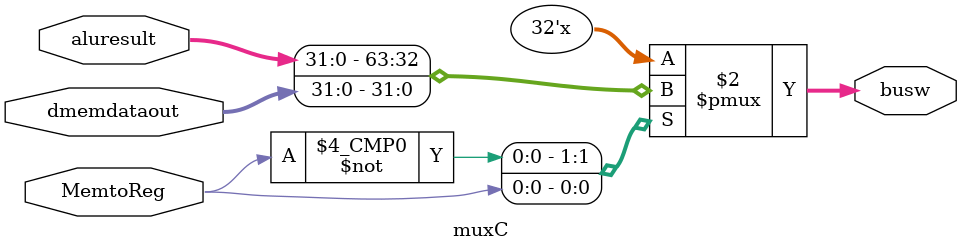
<source format=v>
module rv32is(
	input 	clock,
	input 	reset,
	output [31:0] imemaddr,
	input  [31:0] imemdataout,
	output 	imemclk,
	output [31:0] dmemaddr,
	input  [31:0] dmemdataout,
	output [31:0] dmemdatain,
	output 	dmemrdclk,
	output	dmemwrclk,
	output [2:0] dmemop,
	output	dmemwe,
	output   awe,
	output   keyread,
	output [31:0] dbgdata);
//add your code here
 // ALU
  wire [31:0] dataa;
  wire [31:0] datab;
  wire [31:0] aluresult;
  wire less;
  wire zero;

  //Reg
  wire [31:0] busW;
  wire [31:0] busA;
  wire [31:0] busB;
  
  //Conctr
  wire [2:0] ExtOP;
  wire RegWr;
  wire [2:0] Branch;
  wire MemtoReg;
  wire ALUAsrc;
  wire [1:0] ALUBsrc;
  wire [3:0] ALUctr;
  wire dwe;
  
  //ImmGen
  wire [31:0] imm;
  
  //BranchCond
  wire PCAsrc;
  wire PCBsrc;
  
  //PC
  reg [31:0] pc;
  wire [31:0] nextpc;
  
  assign imemaddr = (reset)? 0: nextpc;
  assign imemclk = ~clock;
  assign dmemaddr = aluresult;
  assign dmemdatain = busB;
  assign dmemrdclk = clock;
  assign dmemwrclk = ~clock;
  assign dmemwe = (dmemaddr[31:20] == 12'h001)? dwe : 1'b0;
  assign awe = (dmemaddr[31:20] == 12'h002)? 1: 1'b0;
  assign keyread=((dmemaddr[31:20] == 12'h003)? 1: 1'b0);
  assign dbgdata = pc;
  
  always@(negedge clock)
  begin
	  if(reset)
	     pc<= 0;
	   else
		 pc<=nextpc;
  end
  
  ALU myALU(dataa, datab, ALUctr, less, zero, aluresult);
  regfile myregfile(~clock, RegWr, busW, imemdataout[19:15], imemdataout[24:20],
  imemdataout[11:7], busA, busB);
  ContrGen myContrGen(imemdataout[6:0], imemdataout[14:12], imemdataout[31:25],
  ExtOP, RegWr, ALUAsrc, ALUBsrc, ALUctr, Branch, MemtoReg, dwe, dmemop);
  ImmGen myImmGen(imemdataout, ExtOP, imm);
  BranchCond myBranchCond(Branch, less, zero, PCAsrc, PCBsrc);
  PC myPC(pc, PCAsrc, PCBsrc, imm, busA, nextpc);
  muxA mymuxA(pc, busA, ALUAsrc, dataa);
  muxB mymuxB(imm, busB, ALUBsrc, datab);
  muxC mymuxC(aluresult, dmemdataout, MemtoReg, busW);

endmodule

module ALU (
  input [31:0] dataa,
  input [31:0] datab,
  input [3:0]  ALUctr,
  output reg less,
  output reg zero,
  output reg [31:0] aluresult
);
  reg t_add_cin;
  reg [31:0] rs;
  reg of;
  reg lr;
  reg al;
  wire [31:0] sr;

  barrel a(dataa, datab[4:0], lr, al, sr);

  always @(*) 
    casez (ALUctr)
      4'b0000:
	   begin
	     aluresult = dataa + datab;
	     zero = ~(| aluresult);
	   end
      4'b1000:
	   begin
	     aluresult = dataa - datab;
	     zero = ~(| aluresult);
	   end
      4'bz001:
      begin
	     lr = 1;
	     aluresult = sr;
	     zero = ~(| aluresult);
	   end
      4'b0010:
	   begin
	     t_add_cin = ~datab[31];
	     rs = dataa - datab;
	     of = (dataa[31] == t_add_cin) && (rs[31] != dataa[31]);
	     less = of ? ~rs[31] : rs[31];
	     aluresult = less;
	     zero = (| rs) ? 0 : 1;//~less;
	   end
      4'b1010:
      begin
	     rs = dataa - datab;
	     //less = (dataa[31] ^ rs[31]) ? rs[31] : 0;
		  less = dataa < datab ? 1 : 0; 
	     aluresult = less;
	     zero = (| rs) ? 0 : 1;
	   end
      4'bz011: 
	   begin
	     aluresult = datab;
	     zero = ~(| aluresult);
	   end
      4'bz100: 
	   begin
	     aluresult = dataa ^ datab;
	     zero = ~(| aluresult);
	   end
      4'b0101: 
	   begin
	     lr = 0;
	     al = 0;
	     aluresult = sr;
	     zero = ~(| aluresult);
	   end
      4'b1101:
	   begin
	     lr = 0;
	     al = 1;
	     aluresult = sr;
	     zero = ~(| aluresult);
	   end
      4'bz110: 
	   begin
	     aluresult = dataa | datab;
	     zero = ~(| aluresult);
	   end
      4'bz111:
      begin
	     aluresult = dataa & datab;
	     zero = ~(| aluresult);
      end
    endcase

endmodule

module barrel (
  input [31:0] indata,
  input [4:0] shamt,
  input lr,
  input al,
  output [31:0] outdata
);

  wire [31:0] out1;
  wire [31:0] out2;
  wire [31:0] out3;
  wire [31:0] out4;
  mux #(1) a(indata,lr,al,shamt[0],out1);
  mux #(2) b(out1,lr,al,shamt[1],out2);
  mux #(4) c(out2,lr,al,shamt[2],out3);
  mux #(8) d(out3,lr,al,shamt[3],out4);
  mux #(16) e(out4,lr,al,shamt[4],outdata);
endmodule

module mux# ( parameter unit = 1) (
  input [31:0] indata,
  input lr,//s1
  input al,
  input oz,//s0
  output reg [31:0] dout
);
  always@(*)
	 case({lr,oz})
	   2'b00: dout = indata;
	   2'b01: dout = al ? {{unit{indata[31]}},indata[31:unit]} : {{unit{1'b0}},indata[31:unit]};
	   2'b10: dout = indata;
	   2'b11: dout = {indata[31-unit:0],{unit{1'b0}}};
	 endcase
endmodule

module regfile (
  input wrclk,
  input RegWr,
  input [31:0] busW,
  input [4:0] Ra,
  input [4:0] Rb,
  input [4:0] Rw,
  output [31:0] busA,
  output [31:0] busB
);

  reg [31:0] regs [31:0];

  initial
  begin
    regs[0] = 0;
  end
  
  always@(posedge wrclk)
	 if (Rw != 0)
	   if (RegWr)
	     regs[Rw] <= busW;

  assign busA = regs[Ra];
  assign busB = regs[Rb];

endmodule

module ContrGen (
  input [6:0] op,
  input [2:0] func3,
  input [6:0] func7,
  output reg [2:0] ExtOP,
  output reg RegWr,
  output reg ALUAsrc,
  output reg [1:0] ALUBsrc,
  output reg [3:0] ALUctr,
  output reg [2:0] Branch,
  output reg MemtoReg,
  output reg MemWr,
  output reg [2:0] MemOP
);
  always@(*)
    casez({op[6:2],func3,func7[5]})
      9'b01101zzzz: //LUI 
      begin
        ExtOP = 3'b001;   // get imm
	     RegWr = 1'b1;     // write to rd
	     Branch = 3'b000;  // no jump
	     MemtoReg = 1'b0;  // select alu as output
	     MemWr = 1'b0;     // no data write
	    //MemOP = x;
	    //ALUAsrc = x;
	    ALUBsrc = 2'b01;  // input imm
	    ALUctr = 4'b0011; // get aluresult
      end
      9'b00101zzzz: //AUIPC 
      begin
        ExtOP = 3'b001;
	     RegWr = 1'b1;
	     Branch = 3'b000;
	     MemtoReg = 1'b0;
	     MemWr = 1'b0;
	     //MemOP = x;
	     ALUAsrc = 1'b1;
	     ALUBsrc = 2'b01;
	     ALUctr = 4'b0000;
      end
      9'b00100000z: //ADDI 
      begin
        ExtOP = 3'b000;
	     RegWr = 1'b1;
	     Branch = 3'b000;
	     MemtoReg = 1'b0;
	     MemWr = 1'b0;
	     //MemOP = x;
	     ALUAsrc = 1'b0;
	     ALUBsrc = 2'b01;
	     ALUctr = 4'b0000;
      end
      9'b00100010z: //SLTI 
      begin
        ExtOP = 3'b000;
	     RegWr = 1'b1;
	     Branch = 3'b000;
	     MemtoReg = 1'b0;
	     MemWr = 1'b0;
	     //MemOP = x;
	     ALUAsrc = 1'b0;
	     ALUBsrc = 2'b01;
	     ALUctr = 4'b0010;
      end
      9'b00100011z: //SLTIU
      begin
        ExtOP = 3'b000;
	     RegWr = 1'b1;
	     Branch = 3'b000;
	     MemtoReg = 1'b0;
	     MemWr = 1'b0;
	     //MemOP = x;
	     ALUAsrc = 1'b0;
	     ALUBsrc = 2'b01;
	     ALUctr = 4'b1010;
      end
      9'b00100100z: //XORI 
      begin
        ExtOP = 3'b000;
	     RegWr = 1'b1;
	     Branch = 3'b000;
	     MemtoReg = 1'b0;
	     MemWr = 1'b0;
	     //MemOP = x;
	     ALUAsrc = 1'b0;
	     ALUBsrc = 2'b01;
	     ALUctr = 4'b0100;
      end
      9'b00100110z: //ORI 
      begin
        ExtOP = 3'b000;
	     RegWr = 1'b1;
	     Branch = 3'b000;
	     MemtoReg = 1'b0;
	     MemWr = 1'b0;
	     //MemOP = x;
	     ALUAsrc = 1'b0;
	     ALUBsrc = 2'b01;
	     ALUctr = 4'b0110;
      end
      9'b00100111z: //ANDI 
      begin
        ExtOP = 3'b000;
	     RegWr = 1'b1;
	     Branch = 3'b000;
	     MemtoReg = 1'b0;
	     MemWr = 1'b0;
	     //MemOP = x;
	     ALUAsrc = 1'b0;
	     ALUBsrc = 2'b01;
	     ALUctr = 4'b0111;
      end
      9'b001000010: //SLLI 
      begin
        ExtOP = 3'b000;
	     RegWr = 1'b1;
	     Branch = 3'b000;
	     MemtoReg = 1'b0;
	     MemWr = 1'b0;
	     //MemOP = x;
	     ALUAsrc = 1'b0;
	     ALUBsrc = 2'b01;
	     ALUctr = 4'b0001;
      end
      9'b001001010: //SRLI 
      begin
        ExtOP = 3'b000;
	     RegWr = 1'b1;
	     Branch = 3'b000;
	     MemtoReg = 1'b0;
	     MemWr = 1'b0;
	     //MemOP = x;
	     ALUAsrc = 1'b0;
	     ALUBsrc = 2'b01;
	     ALUctr = 4'b0101;
      end
      9'b001001011: //SRAI 
      begin
        ExtOP = 3'b000;
	     RegWr = 1'b1;
	     Branch = 3'b000;
	     MemtoReg = 1'b0;
	     MemWr = 1'b0;
	     //MemOP = x;
	     ALUAsrc = 1'b0;
	     ALUBsrc = 2'b01;
	     ALUctr = 4'b1101;
      end
      9'b011000000: //ADD 
      begin
        //ExtOP = x;
	     RegWr = 1'b1;
	     Branch = 3'b000;
	     MemtoReg = 1'b0;
	     MemWr = 1'b0;
	     //MemOP = x;
	     ALUAsrc = 1'b0;
	     ALUBsrc = 2'b00;
	     ALUctr = 4'b0000;
      end
      9'b011000001: //SUB
      begin
        //ExtOP = x;
	     RegWr = 1'b1;
	     Branch = 3'b000;
	     MemtoReg = 1'b0;
	     MemWr = 1'b0;
	     //MemOP = x;
	     ALUAsrc = 1'b0;
	     ALUBsrc = 2'b00;
	     ALUctr = 4'b1000;
      end
      9'b011000010: //SLL 
      begin
        //ExtOP = x;
	     RegWr = 1'b1;
	     Branch = 3'b000;
	     MemtoReg = 1'b0;
	     MemWr = 1'b0;
	     //MemOP = x;
	     ALUAsrc = 1'b0;
	     ALUBsrc = 2'b00;
	     ALUctr = 4'b0001;
      end
      9'b011000100: //SLT 
      begin
        //ExtOP = x;
	     RegWr = 1'b1;
	     Branch = 3'b000;
	     MemtoReg = 1'b0;
	     MemWr = 1'b0;
	     //MemOP = x;
	     ALUAsrc = 1'b0;
	     ALUBsrc = 2'b00;
	     ALUctr = 4'b0010;
      end
      9'b011000110: //SLTU
      begin
        //ExtOP = x;
	     RegWr = 1'b1;
	     Branch = 3'b000;
	     MemtoReg = 1'b0;
	     MemWr = 1'b0;
	     //MemOP = x;
	     ALUAsrc = 1'b0;
	     ALUBsrc = 2'b00;
	     ALUctr = 4'b1010;
      end
      9'b011001000: //XOR
      begin
        //ExtOP = x;
	     RegWr = 1'b1;
	     Branch = 3'b000;
	     MemtoReg = 1'b0;
	     MemWr = 1'b0;
	     //MemOP = x;
	     ALUAsrc = 1'b0;
	     ALUBsrc = 2'b00;
	     ALUctr = 4'b0100;
      end
      9'b011001010: //SRL
      begin
        //ExtOP = x;
	     RegWr = 1'b1;
	     Branch = 3'b000;
	     MemtoReg = 1'b0;
	     MemWr = 1'b0;
	     //MemOP = x;
	     ALUAsrc = 1'b0;
	     ALUBsrc = 2'b00;
	     ALUctr = 4'b0101;
      end
      9'b011001011: //SRA 
      begin
        //ExtOP = x;
	     RegWr = 1'b1;
	     Branch = 3'b000;
	     MemtoReg = 1'b0;
	     MemWr = 1'b0;
	     //MemOP = x;
	     ALUAsrc = 1'b0;
	     ALUBsrc = 2'b00;
	     ALUctr = 4'b1101;
      end
      9'b011001100: //OR
      begin
        //ExtOP = x;
	     RegWr = 1'b1;
	     Branch = 3'b000;
	     MemtoReg = 1'b0;
	     MemWr = 1'b0;
	     //MemOP = x;
	     ALUAsrc = 1'b0;
	     ALUBsrc = 2'b00;
	     ALUctr = 4'b0110;
      end
      9'b011001110: //AND
      begin
        //ExtOP = x;
	     RegWr = 1'b1;
	     Branch = 3'b000;
	     MemtoReg = 1'b0;
	     MemWr = 1'b0;
	     //MemOP = x;
	     ALUAsrc = 1'b0;
	     ALUBsrc = 2'b00;
	     ALUctr = 4'b0111;
      end
      9'b11011zzzz: //JAL
      begin
        ExtOP = 3'b100;
	     RegWr = 1'b1;
	     Branch = 3'b001;
	     MemtoReg = 1'b0;
	     MemWr = 1'b0;
	     //MemOP = x;
	     ALUAsrc = 1'b1;
	     ALUBsrc = 2'b10;
	     ALUctr = 4'b0000;
      end
      9'b11001000z: //JALR
      begin
        ExtOP = 3'b000;
	     RegWr = 1'b1;
	     Branch = 3'b010;
	     MemtoReg = 1'b0;
	     MemWr = 1'b0;
	     //MemOP = x;
	     ALUAsrc = 1'b1;
	     ALUBsrc = 2'b10;
	     ALUctr = 4'b0000;
      end
      9'b11000000z: //BEQ
      begin
        ExtOP = 3'b011;
	     RegWr = 1'b0;
	     Branch = 3'b100;
	     //MemtoReg = x;
	     MemWr = 1'b0;
	     //MemOP = x;
	     ALUAsrc = 1'b0;
	     ALUBsrc = 2'b00;
	     ALUctr = 4'b0010;
      end
      9'b11000001z: //BNE
      begin
        ExtOP = 3'b011;
	     RegWr = 1'b0;
	     Branch = 3'b101;
	     //MemtoReg = x;
	     MemWr = 1'b0;
	     //MemOP = x;
	     ALUAsrc = 1'b0;
	     ALUBsrc = 2'b00;
	     ALUctr = 4'b0010;
      end
      9'b11000100z: //BLT
      begin
        ExtOP = 3'b011;
	     RegWr = 1'b0;
	     Branch = 3'b110;
	     //MemtoReg = x;
	     MemWr = 1'b0;
	     //MemOP = x;
	     ALUAsrc = 1'b0;
	     ALUBsrc = 2'b00;
	     ALUctr = 4'b0010;
      end
      9'b11000101z: //BGE
      begin
        ExtOP = 3'b011;
	     RegWr = 1'b0;
	     Branch = 3'b111;
	     //MemtoReg = x;
	     MemWr = 1'b0;
	     //MemOP = x;
	     ALUAsrc = 1'b0;
	     ALUBsrc = 2'b00;
	     ALUctr = 4'b0010;
      end
      9'b11000110z: //BLTU
      begin
        ExtOP = 3'b011;
	     RegWr = 1'b0;
	     Branch = 3'b110;
	     //MemtoReg = x;
	     MemWr = 1'b0;
	     //MemOP = x;
	     ALUAsrc = 1'b0;
	     ALUBsrc = 2'b00;
	     ALUctr = 4'b1010;
      end
      9'b11000111z: //BGEU
      begin
        ExtOP = 3'b011;
	     RegWr = 1'b0;
	     Branch = 3'b111;
	     //MemtoReg = x;
	     MemWr = 1'b0;
	     //MemOP = x;
	     ALUAsrc = 1'b0;
	     ALUBsrc = 2'b00;
	     ALUctr = 4'b1010;
      end
      9'b00000000z: //LB
      begin
        ExtOP = 3'b000;
	     RegWr = 1'b1;
	     Branch = 3'b000;
	     MemtoReg = 1'b1;
	     MemWr = 1'b0;
	     MemOP = 3'b000;
	     ALUAsrc = 1'b0;
	     ALUBsrc = 2'b01;
	     ALUctr = 4'b0000;
      end
      9'b00000001z: //LH
      begin
        ExtOP = 3'b000;
	     RegWr = 1'b1;
	     Branch = 3'b000;
	     MemtoReg = 1'b1;
	     MemWr = 1'b0;
	     MemOP = 3'b001;
	     ALUAsrc = 1'b0;
	     ALUBsrc = 2'b01;
	     ALUctr = 4'b0000;
      end
      9'b00000010z: //LW
      begin
        ExtOP = 3'b000;
	     RegWr = 1'b1;
	     Branch = 3'b000;
        MemtoReg = 1'b1;
	     MemWr = 1'b0;
	     MemOP = 3'b010;
	     ALUAsrc = 1'b0;
	     ALUBsrc = 2'b01;
	     ALUctr = 4'b0000;
      end
      9'b00000100z: //LBU
      begin
        ExtOP = 3'b000;
	     RegWr = 1'b1;
	     Branch = 3'b000;
	     MemtoReg = 1'b1;
	     MemWr = 1'b0;
	     MemOP = 3'b100;
	     ALUAsrc = 1'b0;
	     ALUBsrc = 2'b01;
	     ALUctr = 4'b0000;
      end
      9'b00000101z: //LHU
      begin
        ExtOP = 3'b000;
	     RegWr = 1'b1;
	     Branch = 3'b000;
	     MemtoReg = 1'b1;
	     MemWr = 1'b0;
	     MemOP = 3'b101;
	     ALUAsrc = 1'b0;
	     ALUBsrc = 2'b01;
	     ALUctr = 4'b0000;
      end
      9'b01000000z: //SB
      begin
       ExtOP = 3'b010;
	    RegWr = 1'b0;
	    Branch = 3'b000;
	    //MemtoReg = x;
	    MemWr = 1'b1;
	    MemOP = 3'b000;
	    ALUAsrc = 1'b0;
	    ALUBsrc = 2'b01;
	    ALUctr = 4'b0000;
     end
     9'b01000001z: //SH
     begin
       ExtOP = 3'b010;
	    RegWr = 1'b0;
	    Branch = 3'b000;
	    //MemtoReg = x;
	    MemWr = 1'b1;
	    MemOP = 3'b001;
	    ALUAsrc = 1'b0;
	    ALUBsrc = 2'b01;
	    ALUctr = 4'b0000;
     end
     9'b01000010z: //SW
     begin
       ExtOP = 3'b010;
	    RegWr = 1'b0;
	    Branch = 3'b000;
	    //MemtoReg = x;
	    MemWr = 1'b1;
	    MemOP = 3'b010;
	    ALUAsrc = 1'b0;
	    ALUBsrc = 2'b01;
	    ALUctr = 4'b0000;
     end
   endcase

endmodule

module ImmGen (
  input [31:0] instr,
  input [2:0] ExtOP,
  output reg [31:0] imm
);

  always@(*)
    case(ExtOP)
      3'b000: imm = {{20{instr[31]}}, instr[31:20]};
      3'b001: imm = {instr[31:12], 12'b0};
      3'b010: imm = {{20{instr[31]}}, instr[31:25], instr[11:7]};
      3'b011: imm = {{20{instr[31]}}, instr[7], instr[30:25], instr[11:8], 1'b0};
      3'b100: imm = {{12{instr[31]}}, instr[19:12], instr[20], instr[30:21], 1'b0};
    endcase
endmodule

module BranchCond (
  input [2:0] Branch,
  input less,
  input zero,
  output reg PCAsrc,
  output reg PCBsrc
);

  always@(*)
    casez({Branch,zero,less})
	   5'b000zz: 
		begin
		  PCAsrc = 0;
		  PCBsrc = 0;
		end
		5'b001zz:
		begin
		  PCAsrc = 1;
		  PCBsrc = 0;
		end
		5'b010zz:
		begin
		  PCAsrc = 1;
		  PCBsrc = 1;
		end
      5'b1000z:
		begin
		  PCAsrc = 0;
		  PCBsrc = 0;
		end
		5'b1001z:
		begin
		  PCAsrc = 1;
		  PCBsrc = 0;
		end
		5'b1010z:
		begin
		  PCAsrc = 1;
		  PCBsrc = 0;
		end
		5'b1011z:
		begin
		  PCAsrc = 0;
		  PCBsrc = 0;
		end
		5'b110z0:
		begin
		  PCAsrc = 0;
		  PCBsrc = 0;
		end
		5'b110z1:
		begin
		  PCAsrc = 1;
		  PCBsrc = 0;
		end
		5'b111z0:
		begin
		  PCAsrc = 1;
		  PCBsrc = 0;
		end
		5'b111z1:
		begin
		  PCAsrc = 0;
		  PCBsrc = 0;
		end
	 endcase
endmodule

module PC (
  input [31:0] pc,
  input PCAsrc,
  input PCBsrc,
  input [31:0] imm,
  input [31:0] rs1,
  output reg [31:0] nextpc
);
initial nextpc = 0;

  always@(*)
    case({PCAsrc,PCBsrc})
	   2'b00: nextpc = pc + 4;
		//2'b01: nextpc = pc + imm;
		2'b10: nextpc = pc + imm;
      2'b11: nextpc = rs1 + imm;
	 endcase 
endmodule

module muxA (
  input [31:0] pc,
  input [31:0] bus,
  input ALUAsrc,
  output reg [31:0] datain
);

  always@(*)
    case(ALUAsrc)
	   0: datain = bus;
		1: datain = pc;
	 endcase
	 
endmodule

module muxB (
  input [31:0] imm,
  input [31:0] bus,
  input [1:0] ALUBsrc,
  output reg [31:0] datain
);

  always@(*)
    case(ALUBsrc)
	   0: datain = bus;
		1: datain = imm;
		2: datain = 4;
	 endcase
	 
endmodule

module muxC (
  input [31:0] aluresult,
  input [31:0] dmemdataout,
  input MemtoReg,
  output reg [31:0] busw
);

  always@(*)
    case(MemtoReg)
	   0: busw = aluresult;
		1: busw = dmemdataout;
	 endcase
	 
endmodule
</source>
